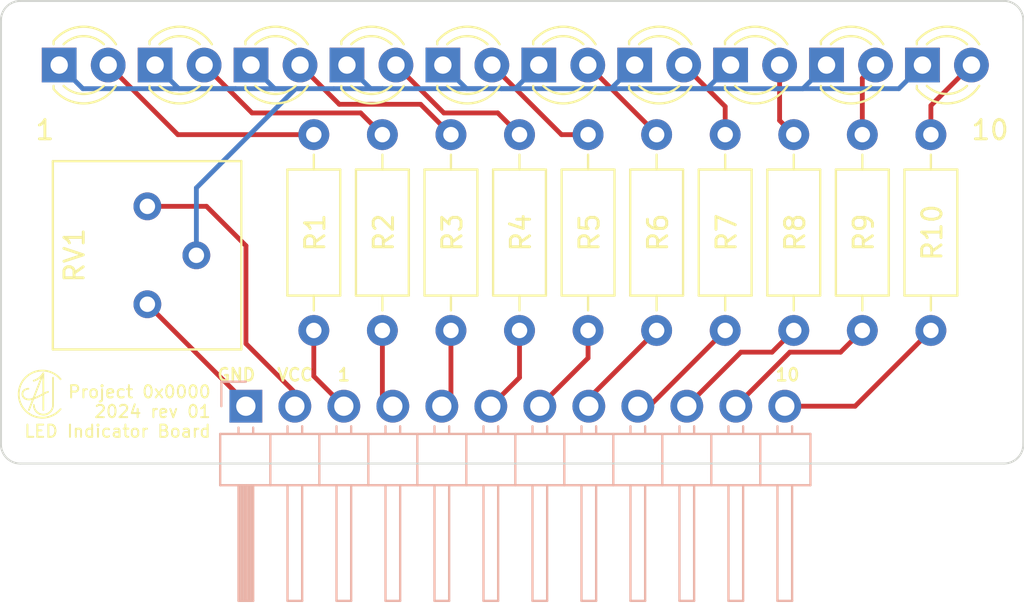
<source format=kicad_pcb>
(kicad_pcb (version 20240108) (generator "pcbnew") (generator_version "8.0")
  (layers (0 "F.Cu" signal) (31 "B.Cu" signal) (34 "B.Paste" user) (35 "F.Paste" user) (36 "B.SilkS" user "B.Silkscreen") (37 "F.SilkS" user "F.Silkscreen") (38 "B.Mask" user) (39 "F.Mask" user) (44 "Edge.Cuts" user))
  (net 0 "")
  (net 1 "Net-(D2-Pad2)")
  (net 2 "Net-(D5-Pad2)")
  (net 3 "Net-(D7-Pad2)")
  (net 4 "Net-(J1-Pad1)")
  (net 5 "Net-(J1-Pad2)")
  (net 6 "Net-(RV1-Pad2)")
  (net 7 "Net-(R1-Pad2)")
  (net 8 "Net-(R3-Pad2)")
  (net 9 "Net-(R4-Pad2)")
  (net 10 "Net-(R6-Pad2)")
  (net 11 "Net-(R8-Pad2)")
  (net 12 "Net-(R9-Pad2)")
  (net 13 "Net-(R10-Pad2)")
  (net 14 "Net-(J1-Pad3)")
  (net 15 "Net-(J1-Pad4)")
  (net 16 "Net-(J1-Pad5)")
  (net 17 "Net-(J1-Pad6)")
  (net 18 "Net-(J1-Pad7)")
  (net 19 "Net-(J1-Pad8)")
  (net 20 "Net-(J1-Pad9)")
  (net 21 "Net-(J1-Pad10)")
  (net 22 "Net-(J1-Pad11)")
  (net 23 "Net-(J1-Pad12)")
  (footprint "LED_THT:LED_D3.0mm" (layer "F.Cu") (at 172.853751 103.325476)
    (property "Reference" "D7" (hide yes))
    (property "Value" "LED" (hide yes))
    (pad "1" thru_hole rect (at 0 0) (size 1.8 1.8) (drill 0.9) (layers "*.Cu" "*.Mask") (net 6 "Net-(RV1-Pad2)"))
    (pad "2" thru_hole circle (at 2.54 0) (size 1.8 1.8) (drill 0.9) (layers "*.Cu" "*.Mask") (net 3 "Net-(D7-Pad2)"))
  )
  (footprint "LED_THT:LED_D3.0mm" (layer "F.Cu") (at 147.991241 103.325476)
    (property "Reference" "D2" (hide yes))
    (property "Value" "LED" (hide yes))
    (pad "1" thru_hole rect (at 0 0) (size 1.8 1.8) (drill 0.9) (layers "*.Cu" "*.Mask") (net 6 "Net-(RV1-Pad2)"))
    (pad "2" thru_hole circle (at 2.54 0) (size 1.8 1.8) (drill 0.9) (layers "*.Cu" "*.Mask") (net 1 "Net-(D2-Pad2)"))
  )
  (footprint "Potentiometer_THT:Potentiometer_Bourns_3386P_Vertical" (layer "F.Cu") (at 147.59 115.735476)
    (property "Reference" "RV1" (hide yes))
    (property "Value" "R_Potentiometer_Trim" (hide yes))
    (fp_text user "${REFERENCE}" (at -3.78 -2.54 90) (layer "F.SilkS"))
    (pad "1" thru_hole circle (at 0 0) (size 1.44 1.44) (drill 0.8) (layers "*.Cu" "*.Mask") (net 4 "Net-(J1-Pad1)"))
    (pad "2" thru_hole circle (at 2.54 -2.54) (size 1.44 1.44) (drill 0.8) (layers "*.Cu" "*.Mask") (net 6 "Net-(RV1-Pad2)"))
    (pad "3" thru_hole circle (at 0 -5.08) (size 1.44 1.44) (drill 0.8) (layers "*.Cu" "*.Mask") (net 5 "Net-(J1-Pad2)"))
  )
  (footprint "Resistor_THT:R_Axial_DIN0207_L6.3mm_D2.5mm_P10.16mm_Horizontal" (layer "F.Cu") (at 177.545426 117.095476 90)
    (property "Reference" "R7" (at 5.08 0.068808 90) (layer "F.SilkS"))
    (property "Value" "R" (hide yes))
    (pad "1" thru_hole circle (at 0 0 90) (size 1.6 1.6) (drill 0.8) (layers "*.Cu" "*.Mask") (net 20 "Net-(J1-Pad9)"))
    (pad "2" thru_hole oval (at 10.16 0 90) (size 1.6 1.6) (drill 0.8) (layers "*.Cu" "*.Mask") (net 3 "Net-(D7-Pad2)"))
  )
  (footprint "Resistor_THT:R_Axial_DIN0207_L6.3mm_D2.5mm_P10.16mm_Horizontal" (layer "F.Cu") (at 173.990982 117.095476 90)
    (property "Reference" "R6" (at 5.08 0.068808 90) (layer "F.SilkS"))
    (property "Value" "R" (hide yes))
    (pad "1" thru_hole circle (at 0 0 90) (size 1.6 1.6) (drill 0.8) (layers "*.Cu" "*.Mask") (net 19 "Net-(J1-Pad8)"))
    (pad "2" thru_hole oval (at 10.16 0 90) (size 1.6 1.6) (drill 0.8) (layers "*.Cu" "*.Mask") (net 10 "Net-(R6-Pad2)"))
  )
  (footprint "LED_THT:LED_D3.0mm" (layer "F.Cu") (at 167.881249 103.325476)
    (property "Reference" "D6" (hide yes))
    (property "Value" "LED" (hide yes))
    (pad "1" thru_hole rect (at 0 0) (size 1.8 1.8) (drill 0.9) (layers "*.Cu" "*.Mask") (net 6 "Net-(RV1-Pad2)"))
    (pad "2" thru_hole circle (at 2.54 0) (size 1.8 1.8) (drill 0.9) (layers "*.Cu" "*.Mask") (net 10 "Net-(R6-Pad2)"))
  )
  (footprint "LED_THT:LED_D3.0mm" (layer "F.Cu") (at 157.936245 103.325476)
    (property "Reference" "D4" (hide yes))
    (property "Value" "LED" (hide yes))
    (pad "1" thru_hole rect (at 0 0) (size 1.8 1.8) (drill 0.9) (layers "*.Cu" "*.Mask") (net 6 "Net-(RV1-Pad2)"))
    (pad "2" thru_hole circle (at 2.54 0) (size 1.8 1.8) (drill 0.9) (layers "*.Cu" "*.Mask") (net 9 "Net-(R4-Pad2)"))
  )
  (footprint "LED_THT:LED_D3.0mm" (layer "F.Cu") (at 162.908747 103.325476)
    (property "Reference" "D5" (hide yes))
    (property "Value" "LED" (hide yes))
    (pad "1" thru_hole rect (at 0 0) (size 1.8 1.8) (drill 0.9) (layers "*.Cu" "*.Mask") (net 6 "Net-(RV1-Pad2)"))
    (pad "2" thru_hole circle (at 2.54 0) (size 1.8 1.8) (drill 0.9) (layers "*.Cu" "*.Mask") (net 2 "Net-(D5-Pad2)"))
  )
  (footprint "LED_THT:LED_D3.0mm" (layer "F.Cu") (at 182.798755 103.325476)
    (property "Reference" "D9" (hide yes))
    (property "Value" "LED" (hide yes))
    (pad "1" thru_hole rect (at 0 0) (size 1.8 1.8) (drill 0.9) (layers "*.Cu" "*.Mask") (net 6 "Net-(RV1-Pad2)"))
    (pad "2" thru_hole circle (at 2.54 0) (size 1.8 1.8) (drill 0.9) (layers "*.Cu" "*.Mask") (net 12 "Net-(R9-Pad2)"))
  )
  (footprint "Resistor_THT:R_Axial_DIN0207_L6.3mm_D2.5mm_P10.16mm_Horizontal" (layer "F.Cu") (at 170.436538 117.095476 90)
    (property "Reference" "R5" (at 5.08 0.068808 90) (layer "F.SilkS"))
    (property "Value" "R" (hide yes))
    (pad "1" thru_hole circle (at 0 0 90) (size 1.6 1.6) (drill 0.8) (layers "*.Cu" "*.Mask") (net 18 "Net-(J1-Pad7)"))
    (pad "2" thru_hole oval (at 10.16 0 90) (size 1.6 1.6) (drill 0.8) (layers "*.Cu" "*.Mask") (net 2 "Net-(D5-Pad2)"))
  )
  (footprint "Resistor_THT:R_Axial_DIN0207_L6.3mm_D2.5mm_P10.16mm_Horizontal" (layer "F.Cu") (at 166.882094 117.095476 90)
    (property "Reference" "R4" (at 5.08 0.068808 90) (layer "F.SilkS"))
    (property "Value" "R" (hide yes))
    (pad "1" thru_hole circle (at 0 0 90) (size 1.6 1.6) (drill 0.8) (layers "*.Cu" "*.Mask") (net 17 "Net-(J1-Pad6)"))
    (pad "2" thru_hole oval (at 10.16 0 90) (size 1.6 1.6) (drill 0.8) (layers "*.Cu" "*.Mask") (net 9 "Net-(R4-Pad2)"))
  )
  (footprint "Resistor_THT:R_Axial_DIN0207_L6.3mm_D2.5mm_P10.16mm_Horizontal" (layer "F.Cu") (at 181.09987 117.095476 90)
    (property "Reference" "R8" (at 5.08 0.068808 90) (layer "F.SilkS"))
    (property "Value" "R" (hide yes))
    (pad "1" thru_hole circle (at 0 0 90) (size 1.6 1.6) (drill 0.8) (layers "*.Cu" "*.Mask") (net 21 "Net-(J1-Pad10)"))
    (pad "2" thru_hole oval (at 10.16 0 90) (size 1.6 1.6) (drill 0.8) (layers "*.Cu" "*.Mask") (net 11 "Net-(R8-Pad2)"))
  )
  (footprint "LED_THT:LED_D3.0mm" (layer "F.Cu") (at 152.963743 103.325476)
    (property "Reference" "D3" (hide yes))
    (property "Value" "LED" (hide yes))
    (pad "1" thru_hole rect (at 0 0) (size 1.8 1.8) (drill 0.9) (layers "*.Cu" "*.Mask") (net 6 "Net-(RV1-Pad2)"))
    (pad "2" thru_hole circle (at 2.54 0) (size 1.8 1.8) (drill 0.9) (layers "*.Cu" "*.Mask") (net 8 "Net-(R3-Pad2)"))
  )
  (footprint "LED_THT:LED_D3.0mm" (layer "F.Cu") (at 143.018739 103.325476)
    (property "Reference" "D1" (hide yes))
    (property "Value" "LED" (hide yes))
    (pad "1" thru_hole rect (at 0 0) (size 1.8 1.8) (drill 0.9) (layers "*.Cu" "*.Mask") (net 6 "Net-(RV1-Pad2)"))
    (pad "2" thru_hole circle (at 2.54 0) (size 1.8 1.8) (drill 0.9) (layers "*.Cu" "*.Mask") (net 7 "Net-(R1-Pad2)"))
  )
  (footprint "LED_THT:LED_D3.0mm" (layer "F.Cu") (at 177.826253 103.325476)
    (property "Reference" "D8" (hide yes))
    (property "Value" "LED" (hide yes))
    (pad "1" thru_hole rect (at 0 0) (size 1.8 1.8) (drill 0.9) (layers "*.Cu" "*.Mask") (net 6 "Net-(RV1-Pad2)"))
    (pad "2" thru_hole circle (at 2.54 0) (size 1.8 1.8) (drill 0.9) (layers "*.Cu" "*.Mask") (net 11 "Net-(R8-Pad2)"))
  )
  (footprint "Resistor_THT:R_Axial_DIN0207_L6.3mm_D2.5mm_P10.16mm_Horizontal" (layer "F.Cu") (at 188.208762 117.095476 90)
    (property "Reference" "R10" (at 5.08 0.068808 90) (layer "F.SilkS"))
    (property "Value" "R" (hide yes))
    (pad "1" thru_hole circle (at 0 0 90) (size 1.6 1.6) (drill 0.8) (layers "*.Cu" "*.Mask") (net 23 "Net-(J1-Pad12)"))
    (pad "2" thru_hole oval (at 10.16 0 90) (size 1.6 1.6) (drill 0.8) (layers "*.Cu" "*.Mask") (net 13 "Net-(R10-Pad2)"))
  )
  (footprint "LED_THT:LED_D3.0mm" (layer "F.Cu") (at 187.771262 103.325476)
    (property "Reference" "D10" (hide yes))
    (property "Value" "LED" (hide yes))
    (pad "1" thru_hole rect (at 0 0) (size 1.8 1.8) (drill 0.9) (layers "*.Cu" "*.Mask") (net 6 "Net-(RV1-Pad2)"))
    (pad "2" thru_hole circle (at 2.54 0) (size 1.8 1.8) (drill 0.9) (layers "*.Cu" "*.Mask") (net 13 "Net-(R10-Pad2)"))
  )
  (footprint "Resistor_THT:R_Axial_DIN0207_L6.3mm_D2.5mm_P10.16mm_Horizontal" (layer "F.Cu") (at 184.654314 117.095476 90)
    (property "Reference" "R9" (at 5.08 0.068808 90) (layer "F.SilkS"))
    (property "Value" "R" (hide yes))
    (pad "1" thru_hole circle (at 0 0 90) (size 1.6 1.6) (drill 0.8) (layers "*.Cu" "*.Mask") (net 22 "Net-(J1-Pad11)"))
    (pad "2" thru_hole oval (at 10.16 0 90) (size 1.6 1.6) (drill 0.8) (layers "*.Cu" "*.Mask") (net 12 "Net-(R9-Pad2)"))
  )
  (footprint "Resistor_THT:R_Axial_DIN0207_L6.3mm_D2.5mm_P10.16mm_Horizontal" (layer "F.Cu") (at 159.773206 117.095476 90)
    (property "Reference" "R2" (at 5.08 0.068808 90) (layer "F.SilkS"))
    (property "Value" "R" (hide yes))
    (pad "1" thru_hole circle (at 0 0 90) (size 1.6 1.6) (drill 0.8) (layers "*.Cu" "*.Mask") (net 15 "Net-(J1-Pad4)"))
    (pad "2" thru_hole oval (at 10.16 0 90) (size 1.6 1.6) (drill 0.8) (layers "*.Cu" "*.Mask") (net 1 "Net-(D2-Pad2)"))
  )
  (footprint "Resistor_THT:R_Axial_DIN0207_L6.3mm_D2.5mm_P10.16mm_Horizontal" (layer "F.Cu") (at 156.218762 117.095476 90)
    (property "Reference" "R1" (at 5.08 0.068808 90) (layer "F.SilkS"))
    (property "Value" "R" (hide yes))
    (pad "1" thru_hole circle (at 0 0 90) (size 1.6 1.6) (drill 0.8) (layers "*.Cu" "*.Mask") (net 14 "Net-(J1-Pad3)"))
    (pad "2" thru_hole oval (at 10.16 0 90) (size 1.6 1.6) (drill 0.8) (layers "*.Cu" "*.Mask") (net 7 "Net-(R1-Pad2)"))
  )
  (footprint "Resistor_THT:R_Axial_DIN0207_L6.3mm_D2.5mm_P10.16mm_Horizontal" (layer "F.Cu") (at 163.32765 117.095476 90)
    (property "Reference" "R3" (at 5.08 0.068808 90) (layer "F.SilkS"))
    (property "Value" "R" (hide yes))
    (pad "1" thru_hole circle (at 0 0 90) (size 1.6 1.6) (drill 0.8) (layers "*.Cu" "*.Mask") (net 16 "Net-(J1-Pad5)"))
    (pad "2" thru_hole oval (at 10.16 0 90) (size 1.6 1.6) (drill 0.8) (layers "*.Cu" "*.Mask") (net 8 "Net-(R3-Pad2)"))
  )
  (footprint "Connector_PinHeader_2.54mm:PinHeader_1x12_P2.54mm_Horizontal" (layer "B.Cu") (at 152.695 121.025 -90)
    (property "Reference" "J1" (hide yes))
    (property "Value" "Conn_01x12" (hide yes))
    (pad "1" thru_hole rect (at 0 0 270) (size 1.7 1.7) (drill 1) (layers "*.Cu" "*.Mask") (net 4 "Net-(J1-Pad1)"))
    (pad "2" thru_hole oval (at 0 -2.54 270) (size 1.7 1.7) (drill 1) (layers "*.Cu" "*.Mask") (net 5 "Net-(J1-Pad2)"))
    (pad "3" thru_hole oval (at 0 -5.08 270) (size 1.7 1.7) (drill 1) (layers "*.Cu" "*.Mask") (net 14 "Net-(J1-Pad3)"))
    (pad "4" thru_hole oval (at 0 -7.62 270) (size 1.7 1.7) (drill 1) (layers "*.Cu" "*.Mask") (net 15 "Net-(J1-Pad4)"))
    (pad "5" thru_hole oval (at 0 -10.16 270) (size 1.7 1.7) (drill 1) (layers "*.Cu" "*.Mask") (net 16 "Net-(J1-Pad5)"))
    (pad "6" thru_hole oval (at 0 -12.7 270) (size 1.7 1.7) (drill 1) (layers "*.Cu" "*.Mask") (net 17 "Net-(J1-Pad6)"))
    (pad "7" thru_hole oval (at 0 -15.24 270) (size 1.7 1.7) (drill 1) (layers "*.Cu" "*.Mask") (net 18 "Net-(J1-Pad7)"))
    (pad "8" thru_hole oval (at 0 -17.78 270) (size 1.7 1.7) (drill 1) (layers "*.Cu" "*.Mask") (net 19 "Net-(J1-Pad8)"))
    (pad "9" thru_hole oval (at 0 -20.32 270) (size 1.7 1.7) (drill 1) (layers "*.Cu" "*.Mask") (net 20 "Net-(J1-Pad9)"))
    (pad "10" thru_hole oval (at 0 -22.86 270) (size 1.7 1.7) (drill 1) (layers "*.Cu" "*.Mask") (net 21 "Net-(J1-Pad10)"))
    (pad "11" thru_hole oval (at 0 -25.4 270) (size 1.7 1.7) (drill 1) (layers "*.Cu" "*.Mask") (net 22 "Net-(J1-Pad11)"))
    (pad "12" thru_hole oval (at 0 -27.94 270) (size 1.7 1.7) (drill 1) (layers "*.Cu" "*.Mask") (net 23 "Net-(J1-Pad12)"))
  )
  (gr_poly (pts (xy 142.700924 119.502813) (xy 142.703292 119.502993) (xy 142.705625 119.50329) (xy 142.707921 119.5037) (xy 142.710177 119.504221) (xy 142.712389 119.504849) (xy 142.714554 119.505583) (xy 142.716671 119.506418) (xy 142.718735 119.507352) (xy 142.720745 119.508382) (xy 142.722697 119.509505) (xy 142.724587 119.510718) (xy 142.726414 119.512019) (xy 142.728174 119.513403) (xy 142.729865 119.514869) (xy 142.731483 119.516414) (xy 142.733026 119.518033) (xy 142.73449 119.519726) (xy 142.735873 119.521488) (xy 142.737172 119.523316) (xy 142.738384 119.525208) (xy 142.739505 119.527161) (xy 142.740534 119.529172) (xy 142.741467 119.531238) (xy 142.742301 119.533356) (xy 142.743033 119.535523) (xy 142.743661 119.537736) (xy 142.744181 119.539992) (xy 142.74459 119.542288) (xy 142.744887 119.544622) (xy 142.745066 119.54699) (xy 142.745127 119.54939) (xy 142.745127 120.968473) (xy 142.744419 120.996396) (xy 142.742316 121.023957) (xy 142.738854 121.051122) (xy 142.734067 121.077856) (xy 142.727989 121.104124) (xy 142.720655 121.129894) (xy 142.712099 121.15513) (xy 142.702356 121.179797) (xy 142.691459 121.203862) (xy 142.679444 121.22729) (xy 142.666344 121.250046) (xy 142.652195 121.272096) (xy 142.63703 121.293406) (xy 142.620884 121.313942) (xy 142.603791 121.333668) (xy 142.585786 121.352551) (xy 142.566903 121.370556) (xy 142.547177 121.387649) (xy 142.526641 121.403795) (xy 142.505331 121.41896) (xy 142.483281 121.43311) (xy 142.460524 121.446209) (xy 142.437097 121.458225) (xy 142.413032 121.469121) (xy 142.388365 121.478865) (xy 142.363129 121.487421) (xy 142.337359 121.494755) (xy 142.31109 121.500832) (xy 142.284356 121.50562) (xy 142.257192 121.509081) (xy 142.229631 121.511184) (xy 142.201708 121.511892) (xy 142.173786 121.511184) (xy 142.146225 121.509081) (xy 142.11906 121.50562) (xy 142.092326 121.500832) (xy 142.066057 121.494755) (xy 142.040288 121.487421) (xy 142.015052 121.478865) (xy 141.990384 121.469121) (xy 141.96632 121.458225) (xy 141.942892 121.446209) (xy 141.920136 121.43311) (xy 141.898085 121.41896) (xy 141.876775 121.403795) (xy 141.85624 121.387649) (xy 141.836513 121.370556) (xy 141.81763 121.352551) (xy 141.799625 121.333668) (xy 141.782532 121.313942) (xy 141.766386 121.293406) (xy 141.751221 121.272096) (xy 141.737072 121.250046) (xy 141.723972 121.22729) (xy 141.711957 121.203862) (xy 141.70106 121.179797) (xy 141.691317 121.15513) (xy 141.682761 121.129894) (xy 141.675427 121.104124) (xy 141.669349 121.077856) (xy 141.664562 121.051122) (xy 141.6611 121.023957) (xy 141.658998 120.996396) (xy 141.658289 120.968473) (xy 141.65835 120.966074) (xy 141.65853 120.963706) (xy 141.658826 120.961372) (xy 141.659236 120.959076) (xy 141.659756 120.956819) (xy 141.660383 120.954606) (xy 141.661116 120.95244) (xy 141.66195 120.950322) (xy 141.662883 120.948256) (xy 141.663912 120.946245) (xy 141.665034 120.944292) (xy 141.666246 120.9424) (xy 141.667545 120.940571) (xy 141.668929 120.93881) (xy 141.670394 120.937117) (xy 141.671937 120.935498) (xy 141.673556 120.933953) (xy 141.675248 120.932487) (xy 141.677009 120.931103) (xy 141.678838 120.929802) (xy 141.68073 120.928589) (xy 141.682683 120.927466) (xy 141.684694 120.926436) (xy 141.68676 120.925502) (xy 141.688879 120.924667) (xy 141.691047 120.923933) (xy 141.693261 120.923305) (xy 141.695519 120.922784) (xy 141.697817 120.922374) (xy 141.700153 120.922077) (xy 141.702524 120.921897) (xy 141.704927 120.921836) (xy 141.707323 120.921897) (xy 141.709688 120.922077) (xy 141.712019 120.922374) (xy 141.714313 120.922784) (xy 141.716566 120.923305) (xy 141.718777 120.923933) (xy 141.720942 120.924667) (xy 141.723058 120.925502) (xy 141.725122 120.926436) (xy 141.727131 120.927466) (xy 141.729082 120.928589) (xy 141.730973 120.929802) (xy 141.732801 120.931103) (xy 141.734561 120.932487) (xy 141.736253 120.933953) (xy 141.737872 120.935497) (xy 141.739415 120.937117) (xy 141.74088 120.93881) (xy 141.742264 120.940571) (xy 141.743564 120.9424) (xy 141.744777 120.944292) (xy 141.7459 120.946245) (xy 141.74693 120.948256) (xy 141.747864 120.950322) (xy 141.748699 120.95244) (xy 141.749432 120.954606) (xy 141.75006 120.956819) (xy 141.750581 120.959076) (xy 141.750991 120.961372) (xy 141.751288 120.963706) (xy 141.751468 120.966074) (xy 141.751529 120.968473) (xy 141.752116 120.991603) (xy 141.753857 121.014433) (xy 141.756726 121.036935) (xy 141.760692 121.05908) (xy 141.765727 121.08084) (xy 141.771803 121.102186) (xy 141.778892 121.12309) (xy 141.786964 121.143524) (xy 141.795992 121.163458) (xy 141.805946 121.182865) (xy 141.816799 121.201715) (xy 141.828521 121.21998) (xy 141.841085 121.237633) (xy 141.854461 121.254644) (xy 141.868622 121.270984) (xy 141.883538 121.286626) (xy 141.899181 121.301541) (xy 141.915524 121.3157) (xy 141.932536 121.329074) (xy 141.95019 121.341636) (xy 141.968457 121.353357) (xy 141.987309 121.364209) (xy 142.006717 121.374162) (xy 142.026652 121.383188) (xy 142.047087 121.391259) (xy 142.067992 121.398347) (xy 142.089339 121.404422) (xy 142.1111 121.409456) (xy 142.133246 121.413422) (xy 142.155748 121.41629) (xy 142.178578 121.418031) (xy 142.201708 121.418618) (xy 142.224838 121.418031) (xy 142.247668 121.41629) (xy 142.270171 121.413422) (xy 142.292317 121.409456) (xy 142.314077 121.404422) (xy 142.335425 121.398347) (xy 142.35633 121.391259) (xy 142.376764 121.383188) (xy 142.3967 121.374162) (xy 142.416108 121.364209) (xy 142.434959 121.353357) (xy 142.453226 121.341636) (xy 142.47088 121.329074) (xy 142.487893 121.3157) (xy 142.504235 121.301541) (xy 142.519878 121.286626) (xy 142.534795 121.270984) (xy 142.548955 121.254644) (xy 142.562332 121.237633) (xy 142.574895 121.21998) (xy 142.586618 121.201715) (xy 142.59747 121.182865) (xy 142.607425 121.163458) (xy 142.616452 121.143524) (xy 142.624525 121.12309) (xy 142.631613 121.102186) (xy 142.637689 121.08084) (xy 142.642725 121.05908) (xy 142.646691 121.036935) (xy 142.649559 121.014433) (xy 142.651301 120.991603) (xy 142.651888 120.968473) (xy 142.651888 119.54939) (xy 142.651948 119.54699) (xy 142.652129 119.544622) (xy 142.652425 119.542288) (xy 142.652835 119.539992) (xy 142.653356 119.537736) (xy 142.653985 119.535523) (xy 142.654718 119.533356) (xy 142.655553 119.531238) (xy 142.656487 119.529172) (xy 142.657517 119.527161) (xy 142.658641 119.525208) (xy 142.659854 119.523316) (xy 142.661154 119.521488) (xy 142.662539 119.519726) (xy 142.664005 119.518033) (xy 142.665549 119.516414) (xy 142.667169 119.514869) (xy 142.668861 119.513403) (xy 142.670623 119.512019) (xy 142.672452 119.510718) (xy 142.674344 119.509505) (xy 142.676297 119.508382) (xy 142.678308 119.507352) (xy 142.680373 119.506418) (xy 142.682491 119.505583) (xy 142.684658 119.504849) (xy 142.686871 119.504221) (xy 142.689127 119.5037) (xy 142.691424 119.50329) (xy 142.693757 119.502993) (xy 142.696125 119.502813) (xy 142.698525 119.502752)) (fill solid) (layer "F.SilkS"))
  (gr_poly (pts (xy 142.214645 119.132231) (xy 142.285125 119.138098) (xy 142.354785 119.147798) (xy 142.423491 119.161268) (xy 142.491108 119.178444) (xy 142.557502 119.199264) (xy 142.62254 119.223663) (xy 142.686086 119.251577) (xy 142.748007 119.282944) (xy 142.808168 119.3177) (xy 142.866435 119.355782) (xy 142.922673 119.397125) (xy 142.976749 119.441667) (xy 143.028529 119.489343) (xy 143.077877 119.540091) (xy 143.12466 119.593847) (xy 143.126138 119.595739) (xy 143.127504 119.597683) (xy 143.128757 119.599674) (xy 143.129899 119.601709) (xy 143.13093 119.603782) (xy 143.131851 119.605891) (xy 143.13266 119.60803) (xy 143.13336 119.610196) (xy 143.133951 119.612385) (xy 143.134432 119.614592) (xy 143.134805 119.616813) (xy 143.135069 119.619045) (xy 143.135226 119.621283) (xy 143.135275 119.623522) (xy 143.135217 119.62576) (xy 143.135053 119.627991) (xy 143.134783 119.630212) (xy 143.134407 119.632418) (xy 143.133925 119.634605) (xy 143.133339 119.63677) (xy 143.132648 119.638908) (xy 143.131853 119.641014) (xy 143.130954 119.643086) (xy 143.129953 119.645118) (xy 143.128848 119.647107) (xy 143.127641 119.649048) (xy 143.126333 119.650937) (xy 143.124922 119.65277) (xy 143.123411 119.654544) (xy 143.121799 119.656253) (xy 143.120086 119.657895) (xy 143.118274 119.659463) (xy 143.116385 119.660942) (xy 143.114444 119.662308) (xy 143.112456 119.663562) (xy 143.110424 119.664705) (xy 143.108352 119.665736) (xy 143.106246 119.666657) (xy 143.104109 119.667468) (xy 143.101944 119.668169) (xy 143.099757 119.668761) (xy 143.097552 119.669243) (xy 143.095331 119.669617) (xy 143.0931 119.669883) (xy 143.090864 119.67004) (xy 143.088624 119.670091) (xy 143.086387 119.670034) (xy 143.084156 119.66987) (xy 143.081935 119.669601) (xy 143.079729 119.669225) (xy 143.077541 119.668744) (xy 143.075375 119.668158) (xy 143.073237 119.667467) (xy 143.071129 119.666673) (xy 143.069056 119.665774) (xy 143.067023 119.664772) (xy 143.065032 119.663666) (xy 143.063089 119.662458) (xy 143.061198 119.661148) (xy 143.059362 119.659736) (xy 143.057586 119.658223) (xy 143.055874 119.656608) (xy 143.05423 119.654893) (xy 143.052658 119.653078) (xy 143.0093 119.603268) (xy 142.963568 119.556245) (xy 142.915584 119.512067) (xy 142.865474 119.470793) (xy 142.813361 119.432483) (xy 142.759369 119.397195) (xy 142.703624 119.364989) (xy 142.646249 119.335922) (xy 142.587368 119.310054) (xy 142.527106 119.287445) (xy 142.465586 119.268152) (xy 142.402934 119.252234) (xy 142.339272 119.239752) (xy 142.274727 119.230763) (xy 142.209421 119.225326) (xy 142.143479 119.223501) (xy 142.084777 119.22493) (xy 142.026595 119.229195) (xy 141.969013 119.236263) (xy 141.912112 119.2461) (xy 141.85597 119.258675) (xy 141.800668 119.273953) (xy 141.746286 119.291902) (xy 141.692902 119.312489) (xy 141.640598 119.33568) (xy 141.589452 119.361442) (xy 141.539545 119.389743) (xy 141.490957 119.420549) (xy 141.443766 119.453827) (xy 141.398054 119.489545) (xy 141.353899 119.527668) (xy 141.311382 119.568165) (xy 141.27088 119.610682) (xy 141.232752 119.654836) (xy 141.197032 119.700549) (xy 141.163752 119.747739) (xy 141.132945 119.796328) (xy 141.104644 119.846235) (xy 141.078883 119.89738) (xy 141.055693 119.949685) (xy 141.035108 120.003068) (xy 141.017161 120.057451) (xy 141.001885 120.112753) (xy 140.989313 120.168894) (xy 140.979477 120.225796) (xy 140.972411 120.283377) (xy 140.968147 120.341559) (xy 140.966718 120.400261) (xy 140.968147 120.458963) (xy 140.972411 120.517144) (xy 140.979477 120.574724) (xy 140.989313 120.631623) (xy 141.001885 120.687763) (xy 141.017161 120.743063) (xy 141.035108 120.797443) (xy 141.055693 120.850825) (xy 141.078883 120.903127) (xy 141.104644 120.954272) (xy 141.132945 121.004179) (xy 141.163752 121.052768) (xy 141.197032 121.099961) (xy 141.232752 121.145676) (xy 141.27088 121.189835) (xy 141.311382 121.232358) (xy 141.353899 121.27286) (xy 141.398054 121.310988) (xy 141.443766 121.346708) (xy 141.490957 121.379988) (xy 141.539545 121.410795) (xy 141.589452 121.439096) (xy 141.640598 121.464857) (xy 141.692902 121.488047) (xy 141.746286 121.508632) (xy 141.800668 121.526579) (xy 141.85597 121.541855) (xy 141.912112 121.554427) (xy 141.969013 121.564263) (xy 142.026595 121.571329) (xy 142.084777 121.575593) (xy 142.143479 121.577022) (xy 142.209415 121.575197) (xy 142.274717 121.569762) (xy 142.339259 121.560774) (xy 142.402919 121.548293) (xy 142.46557 121.532378) (xy 142.52709 121.513087) (xy 142.587353 121.49048) (xy 142.646236 121.464614) (xy 142.703613 121.435549) (xy 142.75936 121.403343) (xy 142.813354 121.368055) (xy 142.865469 121.329744) (xy 142.915581 121.288469) (xy 142.963566 121.244288) (xy 143.0093 121.19726) (xy 143.052658 121.147445) (xy 143.05423 121.145629) (xy 143.055874 121.143914) (xy 143.057586 121.1423) (xy 143.059362 121.140786) (xy 143.061198 121.139374) (xy 143.063089 121.138064) (xy 143.065032 121.136856) (xy 143.067023 121.135751) (xy 143.069056 121.134749) (xy 143.071129 121.13385) (xy 143.073237 121.133055) (xy 143.075376 121.132365) (xy 143.077541 121.131779) (xy 143.079729 121.131298) (xy 143.081935 121.130922) (xy 143.084156 121.130652) (xy 143.086387 121.130489) (xy 143.088624 121.130432) (xy 143.090864 121.130482) (xy 143.093101 121.13064) (xy 143.095331 121.130906) (xy 143.097552 121.131279) (xy 143.099757 121.131762) (xy 143.101944 121.132353) (xy 143.104109 121.133054) (xy 143.106246 121.133865) (xy 143.108353 121.134786) (xy 143.110424 121.135818) (xy 143.112456 121.136961) (xy 143.114444 121.138215) (xy 143.116385 121.139581) (xy 143.118274 121.141059) (xy 143.120086 121.142631) (xy 143.121799 121.144275) (xy 143.123411 121.145988) (xy 143.124922 121.147764) (xy 143.126333 121.1496) (xy 143.127641 121.151491) (xy 143.128848 121.153434) (xy 143.129953 121.155425) (xy 143.130954 121.157458) (xy 143.131853 121.159531) (xy 143.132648 121.161639) (xy 143.133339 121.163777) (xy 143.133925 121.165943) (xy 143.134407 121.168131) (xy 143.134783 121.170337) (xy 143.135053 121.172558) (xy 143.135218 121.174789) (xy 143.135275 121.177026) (xy 143.135226 121.179265) (xy 143.135069 121.181502) (xy 143.134805 121.183733) (xy 143.134432 121.185953) (xy 143.133951 121.188159) (xy 143.13336 121.190346) (xy 143.132661 121.19251) (xy 143.131851 121.194648) (xy 143.13093 121.196754) (xy 143.129899 121.198825) (xy 143.128757 121.200857) (xy 143.127504 121.202846) (xy 143.126138 121.204787) (xy 143.12466 121.206676) (xy 143.077877 121.260431) (xy 143.028529 121.311179) (xy 142.976749 121.358856) (xy 142.922673 121.403397) (xy 142.866435 121.444741) (xy 142.808168 121.482822) (xy 142.748007 121.517578) (xy 142.686086 121.548945) (xy 142.62254 121.57686) (xy 142.557502 121.601259) (xy 142.491108 121.622078) (xy 142.423491 121.639255) (xy 142.354785 121.652725) (xy 142.285125 121.662425) (xy 142.214645 121.668291) (xy 142.143479 121.670261) (xy 142.080125 121.668719) (xy 142.017334 121.664116) (xy 141.955191 121.656488) (xy 141.893783 121.64587) (xy 141.833194 121.632299) (xy 141.773512 121.61581) (xy 141.714822 121.596439) (xy 141.65721 121.574222) (xy 141.600762 121.549193) (xy 141.545565 121.52139) (xy 141.491703 121.490847) (xy 141.439264 121.457601) (xy 141.388333 121.421686) (xy 141.338996 121.383139) (xy 141.291339 121.341996) (xy 141.245448 121.298292) (xy 141.201738 121.252401) (xy 141.16059 121.204744) (xy 141.122041 121.155407) (xy 141.086125 121.104476) (xy 141.052877 121.052037) (xy 141.022335 120.998175) (xy 140.994532 120.942978) (xy 140.969505 120.88653) (xy 140.947289 120.828918) (xy 140.92792 120.770228) (xy 140.911434 120.710546) (xy 140.897865 120.649957) (xy 140.887249 120.588549) (xy 140.879623 120.526406) (xy 140.875021 120.463615) (xy 140.873479 120.400261) (xy 140.875021 120.336908) (xy 140.879623 120.274117) (xy 140.887249 120.211974) (xy 140.897865 120.150565) (xy 140.911434 120.089977) (xy 140.92792 120.030294) (xy 140.947289 119.971604) (xy 140.969505 119.913992) (xy 140.994532 119.857545) (xy 141.022335 119.802347) (xy 141.052877 119.748486) (xy 141.086125 119.696046) (xy 141.122041 119.645115) (xy 141.16059 119.595778) (xy 141.201738 119.548121) (xy 141.245448 119.50223) (xy 141.291339 119.458526) (xy 141.338996 119.417383) (xy 141.388333 119.378836) (xy 141.439264 119.342922) (xy 141.491703 119.309675) (xy 141.545565 119.279133) (xy 141.600762 119.251329) (xy 141.65721 119.226301) (xy 141.714822 119.204083) (xy 141.773512 119.184712) (xy 141.833194 119.168223) (xy 141.893783 119.154652) (xy 141.955191 119.144035) (xy 142.017334 119.136407) (xy 142.080125 119.131804) (xy 142.143479 119.130261)) (fill solid) (layer "F.SilkS"))
  (gr_poly (pts (xy 142.196417 119.263577) (xy 142.197484 119.263606) (xy 142.198553 119.26366) (xy 142.199623 119.26374) (xy 142.200695 119.263844) (xy 142.201767 119.263973) (xy 142.202839 119.264127) (xy 142.20391 119.264307) (xy 142.20498 119.264512) (xy 142.206047 119.264742) (xy 142.207112 119.264998) (xy 142.208173 119.265279) (xy 142.209231 119.265585) (xy 142.210284 119.265917) (xy 142.211332 119.266275) (xy 142.212825 119.266829) (xy 142.214289 119.267431) (xy 142.215724 119.268082) (xy 142.217131 119.26878) (xy 142.218509 119.269524) (xy 142.21986 119.270313) (xy 142.221183 119.271147) (xy 142.22248 119.272025) (xy 142.223539 119.272793) (xy 142.224573 119.273587) (xy 142.225581 119.274407) (xy 142.226564 119.275252) (xy 142.22752 119.276121) (xy 142.22845 119.277015) (xy 142.229352 119.277931) (xy 142.230228 119.278869) (xy 142.231075 119.279829) (xy 142.231895 119.280809) (xy 142.232686 119.28181) (xy 142.233448 119.28283) (xy 142.234182 119.283869) (xy 142.234885 119.284925) (xy 142.235559 119.285999) (xy 142.236203 119.287089) (xy 142.236703 119.287988) (xy 142.237185 119.288899) (xy 142.237647 119.289822) (xy 142.23809 119.290757) (xy 142.238513 119.291702) (xy 142.238916 119.292659) (xy 142.239299 119.293626) (xy 142.23966 119.294603) (xy 142.24 119.29559) (xy 142.240318 119.296587) (xy 142.240613 119.297593) (xy 142.240886 119.298608) (xy 142.241136 119.299632) (xy 142.241362 119.300664) (xy 142.241564 119.301704) (xy 142.241741 119.302752) (xy 142.241902 119.303775) (xy 142.242039 119.304807) (xy 142.242151 119.305845) (xy 142.24224 119.306888) (xy 142.242303 119.307935) (xy 142.242342 119.308983) (xy 142.242355 119.310031) (xy 142.242341 119.311078) (xy 142.242341 120.310462) (xy 142.265286 120.299163) (xy 142.288376 120.288324) (xy 142.311574 120.278048) (xy 142.334844 120.268433) (xy 142.358148 120.25958) (xy 142.381451 120.25159) (xy 142.404714 120.244564) (xy 142.41632 120.241443) (xy 142.427902 120.238601) (xy 142.430256 120.238114) (xy 142.432606 120.237751) (xy 142.434949 120.23751) (xy 142.437281 120.237387) (xy 142.439598 120.237381) (xy 142.441897 120.23749) (xy 142.444175 120.237711) (xy 142.446429 120.238043) (xy 142.448653 120.238483) (xy 142.450846 120.239029) (xy 142.453003 120.239678) (xy 142.455122 120.240429) (xy 142.457198 120.241279) (xy 142.459228 120.242227) (xy 142.461208 120.243269) (xy 142.463136 120.244404) (xy 142.465007 120.24563) (xy 142.466818 120.246944) (xy 142.468566 120.248344) (xy 142.470247 120.249828) (xy 142.471858 120.251394) (xy 142.473394 120.253039) (xy 142.474853 120.254762) (xy 142.476232 120.25656) (xy 142.477525 120.25843) (xy 142.478731 120.260372) (xy 142.479846 120.262382) (xy 142.480865 120.264459) (xy 142.481786 120.266599) (xy 142.482605 120.268802) (xy 142.483319 120.271065) (xy 142.483923 120.273385) (xy 142.48441 120.275736) (xy 142.484773 120.278083) (xy 142.485015 120.280423) (xy 142.485139 120.282753) (xy 142.485145 120.285069) (xy 142.485037 120.287367) (xy 142.484817 120.289644) (xy 142.484486 120.291896) (xy 142.484047 120.29412) (xy 142.483503 120.296313) (xy 142.482854 120.29847) (xy 142.482105 120.300589) (xy 142.481255 120.302665) (xy 142.480309 120.304696) (xy 142.479268 120.306677) (xy 142.478133 120.308605) (xy 142.476909 120.310477) (xy 142.475595 120.31229) (xy 142.474196 120.314038) (xy 142.472712 120.31572) (xy 142.471146 120.317332) (xy 142.469501 120.31887) (xy 142.467778 120.32033) (xy 142.46598 120.321709) (xy 142.464108 120.323004) (xy 142.462165 120.324211) (xy 142.460154 120.325326) (xy 142.458076 120.326346) (xy 142.455933 120.327268) (xy 142.453728 120.328087) (xy 142.451463 120.328801) (xy 142.449139 120.329406) (xy 142.436632 120.332521) (xy 142.424015 120.336042) (xy 142.411299 120.339947) (xy 142.398497 120.344215) (xy 142.372678 120.353746) (xy 142.346653 120.364454) (xy 142.320514 120.376162) (xy 142.294353 120.388689) (xy 142.268265 120.401856) (xy 142.242341 120.415484) (xy 142.242341 121.220593) (xy 142.242281 121.222993) (xy 142.2421 121.225361) (xy 142.241804 121.227694) (xy 142.241394 121.229991) (xy 142.240873 121.232247) (xy 142.240244 121.23446) (xy 142.239511 121.236627) (xy 142.238676 121.238745) (xy 142.237742 121.24081) (xy 142.236711 121.242821) (xy 142.235588 121.244774) (xy 142.234375 121.246666) (xy 142.233075 121.248495) (xy 142.23169 121.250257) (xy 142.230224 121.251949) (xy 142.22868 121.253569) (xy 142.22706 121.255113) (xy 142.225368 121.256579) (xy 142.223606 121.257964) (xy 142.221777 121.259264) (xy 142.219885 121.260477) (xy 142.217932 121.2616) (xy 142.215921 121.26263) (xy 142.213855 121.263565) (xy 142.211738 121.2644) (xy 142.209571 121.265133) (xy 142.207358 121.265762) (xy 142.205102 121.266282) (xy 142.202805 121.266693) (xy 142.200472 121.266989) (xy 142.198103 121.267169) (xy 142.195704 121.26723) (xy 142.193308 121.267169) (xy 142.190942 121.266989) (xy 142.188612 121.266693) (xy 142.186318 121.266282) (xy 142.184064 121.265762) (xy 142.181853 121.265133) (xy 142.179689 121.2644) (xy 142.177573 121.263565) (xy 142.175509 121.26263) (xy 142.1735 121.2616) (xy 142.171548 121.260477) (xy 142.169657 121.259264) (xy 142.16783 121.257964) (xy 142.166069 121.256579) (xy 142.164378 121.255113) (xy 142.162759 121.253569) (xy 142.161215 121.251949) (xy 142.15975 121.250257) (xy 142.158366 121.248495) (xy 142.157066 121.246666) (xy 142.155853 121.244774) (xy 142.154731 121.242821) (xy 142.153701 121.24081) (xy 142.152767 121.238745) (xy 142.151932 121.236627) (xy 142.151199 121.23446) (xy 142.15057 121.232247) (xy 142.15005 121.229991) (xy 142.149639 121.227694) (xy 142.149343 121.225361) (xy 142.149163 121.222993) (xy 142.149102 121.220593) (xy 142.149102 120.467095) (xy 142.116205 120.485484) (xy 142.100147 120.49434) (xy 142.084261 120.502973) (xy 142.041169 120.525888) (xy 141.996942 120.548749) (xy 141.951678 120.571303) (xy 141.905478 120.593301) (xy 141.858439 120.614492) (xy 141.810661 120.634626) (xy 141.762242 120.653451) (xy 141.71328 120.670718) (xy 141.4929 121.233822) (xy 141.491972 121.236035) (xy 141.490945 121.238176) (xy 141.489821 121.240241) (xy 141.488605 121.242231) (xy 141.4873 121.244143) (xy 141.485911 121.245976) (xy 141.484441 121.247727) (xy 141.482893 121.249396) (xy 141.481273 121.25098) (xy 141.479583 121.252477) (xy 141.477827 121.253887) (xy 141.476009 121.255208) (xy 141.474134 121.256437) (xy 141.472204 121.257574) (xy 141.470224 121.258616) (xy 141.468197 121.259562) (xy 141.466127 121.260409) (xy 141.464019 121.261158) (xy 141.461875 121.261805) (xy 141.4597 121.262349) (xy 141.457497 121.262789) (xy 141.455271 121.263122) (xy 141.453024 121.263348) (xy 141.450762 121.263464) (xy 141.448487 121.263468) (xy 141.446204 121.26336) (xy 141.443916 121.263137) (xy 141.441627 121.262798) (xy 141.439342 121.262341) (xy 141.437062 121.261764) (xy 141.434794 121.261066) (xy 141.43254 121.260245) (xy 141.429172 121.258776) (xy 141.425978 121.257077) (xy 141.422964 121.255161) (xy 141.420136 121.253043) (xy 141.4175 121.250736) (xy 141.415062 121.248253) (xy 141.412828 121.24561) (xy 141.410804 121.242818) (xy 141.408997 121.239892) (xy 141.407412 121.236847) (xy 141.406055 121.233695) (xy 141.404932 121.23045) (xy 141.40405 121.227126) (xy 141.403414 121.223737) (xy 141.403031 121.220296) (xy 141.402906 121.216818) (xy 141.402907 121.216818) (xy 141.402919 121.215759) (xy 141.402955 121.214699) (xy 141.403015 121.213637) (xy 141.4031 121.212575) (xy 141.40321 121.211512) (xy 141.403344 121.21045) (xy 141.403503 121.209387) (xy 141.403687 121.208325) (xy 141.403897 121.207264) (xy 141.404131 121.206204) (xy 141.404392 121.205145) (xy 141.404678 121.204088) (xy 141.40499 121.203034) (xy 141.405327 121.201981) (xy 141.405691 121.200932) (xy 141.406082 121.199885) (xy 141.600603 120.702821) (xy 141.58648 120.706008) (xy 141.572341 120.709003) (xy 141.558188 120.711799) (xy 141.544022 120.714388) (xy 141.529845 120.716764) (xy 141.515657 120.718919) (xy 141.50146 120.720848) (xy 141.487256 120.722542) (xy 141.481562 120.723137) (xy 141.475861 120.723653) (xy 141.470153 120.724089) (xy 141.46444 120.724446) (xy 141.458723 120.724724) (xy 141.453005 120.724923) (xy 141.447287 120.725042) (xy 141.441571 120.725081) (xy 141.420858 120.724568) (xy 141.400252 120.723041) (xy 141.379804 120.720517) (xy 141.359563 120.717014) (xy 141.339581 120.71255) (xy 141.319907 120.707142) (xy 141.300591 120.700808) (xy 141.281683 120.693565) (xy 141.263235 120.685431) (xy 141.245296 120.676425) (xy 141.227916 120.666562) (xy 141.211145 120.655861) (xy 141.195035 120.64434) (xy 141.179634 120.632016) (xy 141.164994 120.618907) (xy 141.151164 120.605031) (xy 141.138693 120.590992) (xy 141.127185 120.576434) (xy 141.116649 120.561385) (xy 141.107093 120.545869) (xy 141.098524 120.529913) (xy 141.090949 120.513543) (xy 141.084377 120.496784) (xy 141.078814 120.479663) (xy 141.074269 120.462205) (xy 141.070749 120.444437) (xy 141.068261 120.426384) (xy 141.066814 120.408072) (xy 141.066414 120.389528) (xy 141.06707 120.370776) (xy 141.068788 120.351844) (xy 141.071578 120.332757) (xy 141.074547 120.31793) (xy 141.078239 120.303421) (xy 141.082646 120.289239) (xy 141.087761 120.275397) (xy 141.093577 120.261903) (xy 141.100086 120.24877) (xy 141.107283 120.236007) (xy 141.115159 120.223625) (xy 141.123708 120.211636) (xy 141.132922 120.200049) (xy 141.142795 120.188875) (xy 141.153319 120.178125) (xy 141.164488 120.167809) (xy 141.176293 120.157939) (xy 141.188729 120.148524) (xy 141.201788 120.139576) (xy 141.213138 120.1325) (xy 141.224885 120.125787) (xy 141.237007 120.119444) (xy 141.249483 120.113477) (xy 141.262293 120.107894) (xy 141.275416 120.102699) (xy 141.288832 120.0979) (xy 141.302519 120.093503) (xy 141.316457 120.089515) (xy 141.330626 120.085942) (xy 141.345004 120.082789) (xy 141.359571 120.080065) (xy 141.374305 120.077774) (xy 141.389187 120.075924) (xy 141.404196 120.074521) (xy 141.419311 120.073571) (xy 141.421713 120.07352) (xy 141.424089 120.07359) (xy 141.426436 120.073777) (xy 141.42875 120.074079) (xy 141.43103 120.074494) (xy 141.43327 120.075018) (xy 141.43547 120.075649) (xy 141.437625 120.076383) (xy 141.439732 120.077219) (xy 141.441789 120.078153) (xy 141.443793 120.079183) (xy 141.445739 120.080305) (xy 141.447627 120.081518) (xy 141.449451 120.082817) (xy 141.45121 120.084202) (xy 141.4529 120.085667) (xy 141.454518 120.087212) (xy 141.456061 120.088833) (xy 141.457526 120.090527) (xy 141.45891 120.092291) (xy 141.460211 120.094123) (xy 141.461424 120.09602) (xy 141.462547 120.09798) (xy 141.463577 120.099998) (xy 141.464511 120.102074) (xy 141.465346 120.104203) (xy 141.466078 120.106383) (xy 141.466705 120.108611) (xy 141.467224 120.110885) (xy 141.467631 120.113201) (xy 141.467924 120.115558) (xy 141.4681 120.117951) (xy 141.468154 120.12035) (xy 141.468088 120.122723) (xy 141.467903 120.125068) (xy 141.467604 120.12738) (xy 141.467192 120.129658) (xy 141.46667 120.131897) (xy 141.466041 120.134096) (xy 141.465308 120.13625) (xy 141.464474 120.138356) (xy 141.463542 120.140413) (xy 141.462514 120.142416) (xy 141.461393 120.144362) (xy 141.460181 120.146249) (xy 141.458883 120.148074) (xy 141.4575 120.149832) (xy 141.456035 120.151522) (xy 141.454491 120.15314) (xy 141.452871 120.154683) (xy 141.451178 120.156149) (xy 141.449414 120.157533) (xy 141.447582 120.158833) (xy 141.445685 120.160046) (xy 141.443726 120.161168) (xy 141.441708 120.162198) (xy 141.439633 120.163131) (xy 141.437504 120.163964) (xy 141.435324 120.164695) (xy 141.433095 120.16532) (xy 141.430822 120.165837) (xy 141.428505 120.166242) (xy 141.426149 120.166532) (xy 141.423756 120.166705) (xy 141.403545 120.168199) (xy 141.382933 120.170807) (xy 141.362117 120.174571) (xy 141.341296 120.179536) (xy 141.32067 120.185746) (xy 141.300437 120.193245) (xy 141.29053 120.197491) (xy 141.280796 120.202076) (xy 141.271259 120.207005) (xy 141.261945 120.212284) (xy 141.252879 120.217918) (xy 141.244085 120.223912) (xy 141.235588 120.230273) (xy 141.227413 120.237005) (xy 141.219585 120.244114) (xy 141.212128 120.251606) (xy 141.205068 120.259486) (xy 141.19843 120.267759) (xy 141.192238 120.276432) (xy 141.186517 120.285509) (xy 141.181292 120.294996) (xy 141.176588 120.304898) (xy 141.172429 120.315222) (xy 141.168841 120.325972) (xy 141.165849 120.337154) (xy 141.163476 120.348773) (xy 141.162117 120.357397) (xy 141.161061 120.365846) (xy 141.160299 120.374121) (xy 141.15982 120.382222) (xy 141.159613 120.39015) (xy 141.159669 120.397906) (xy 141.159977 120.40549) (xy 141.160526 120.412903) (xy 141.161306 120.420145) (xy 141.162306 120.427218) (xy 141.163517 120.434122) (xy 141.164928 120.440857) (xy 141.166528 120.447424) (xy 141.168308 120.453824) (xy 141.170256 120.460058) (xy 141.172362 120.466125) (xy 141.177008 120.477764) (xy 141.182162 120.488747) (xy 141.187742 120.499078) (xy 141.193664 120.508764) (xy 141.199844 120.517808) (xy 141.206201 120.526216) (xy 141.21265 120.533992) (xy 141.219109 120.541143) (xy 141.230951 120.552901) (xy 141.243677 120.563938) (xy 141.25722 120.57423) (xy 141.271512 120.583755) (xy 141.286487 120.592489) (xy 141.302076 120.600411) (xy 141.318213 120.607496) (xy 141.334829 120.613723) (xy 141.351858 120.619067) (xy 141.369233 120.623507) (xy 141.386885 120.62702) (xy 141.404748 120.629582) (xy 141.422753 120.63117) (xy 141.440834 120.631763) (xy 141.458924 120.631336) (xy 141.476954 120.629867) (xy 141.497625 120.627289) (xy 141.518329 120.624171) (xy 141.539057 120.620535) (xy 141.5598 120.616399) (xy 141.580548 120.611784) (xy 141.601291 120.606709) (xy 141.622019 120.601194) (xy 141.642725 120.595259) (xy 141.658465 120.555043) (xy 141.758577 120.555043) (xy 141.795384 120.540085) (xy 141.831843 120.524351) (xy 141.867897 120.507968) (xy 141.903489 120.491066) (xy 141.938562 120.473774) (xy 141.973058 120.456221) (xy 142.040094 120.420846) (xy 142.057462 120.411404) (xy 142.075164 120.401615) (xy 142.111849 120.381088) (xy 142.13033 120.370685) (xy 142.149102 120.360203) (xy 142.149102 119.557246) (xy 141.758577 120.555043) (xy 141.658465 120.555043) (xy 142.046938 119.562502) (xy 142.028352 119.578765) (xy 142.009451 119.594413) (xy 141.990237 119.609445) (xy 141.970711 119.623861) (xy 141.950874 119.637659) (xy 141.930728 119.650837) (xy 141.910273 119.663396) (xy 141.88951 119.675334) (xy 141.868442 119.686649) (xy 141.84707 119.697342) (xy 141.825393 119.70741) (xy 141.803415 119.716852) (xy 141.781136 119.725668) (xy 141.758557 119.733856) (xy 141.735679 119.741416) (xy 141.712504 119.748346) (xy 141.71018 119.748938) (xy 141.707854 119.749408) (xy 141.705528 119.749756) (xy 141.703208 119.749986) (xy 141.700896 119.750098) (xy 141.698597 119.750096) (xy 141.696313 119.74998) (xy 141.694048 119.749753) (xy 141.691807 119.749417) (xy 141.689592 119.748974) (xy 141.687408 119.748426) (xy 141.685258 119.747775) (xy 141.683145 119.747022) (xy 141.681073 119.746171) (xy 141.679046 119.745222) (xy 141.677068 119.744179) (xy 141.675141 119.743042) (xy 141.673271 119.741814) (xy 141.67146 119.740497) (xy 141.669711 119.739092) (xy 141.66803 119.737603) (xy 141.666418 119.736031) (xy 141.664881 119.734377) (xy 141.663421 119.732644) (xy 141.662042 119.730834) (xy 141.660748 119.728949) (xy 141.659542 119.726991) (xy 141.658428 119.724962) (xy 141.65741 119.722863) (xy 141.656491 119.720697) (xy 141.655676 119.718466) (xy 141.654966 119.716172) (xy 141.65437 119.713848) (xy 141.653898 119.711522) (xy 141.653546 119.709197) (xy 141.653314 119.706876) (xy 141.6532 119.704564) (xy 141.6532 119.702265) (xy 141.653314 119.699981) (xy 141.653539 119.697717) (xy 141.653873 119.695475) (xy 141.654314 119.69326) (xy 141.654861 119.691076) (xy 141.655511 119.688926) (xy 141.656262 119.686813) (xy 141.657112 119.684741) (xy 141.65806 119.682714) (xy 141.659103 119.680736) (xy 141.660239 119.67881) (xy 141.661466 119.676939) (xy 141.662782 119.675128) (xy 141.664186 119.673379) (xy 141.665675 119.671698) (xy 141.667247 119.670086) (xy 141.6689 119.668549) (xy 141.670633 119.667089) (xy 141.672443 119.66571) (xy 141.674327 119.664416) (xy 141.676286 119.66321) (xy 141.678315 119.662096) (xy 141.680413 119.661078) (xy 141.682579 119.66016) (xy 141.68481 119.659344) (xy 141.687104 119.658634) (xy 141.722277 119.647722) (xy 141.756696 119.635134) (xy 141.790356 119.620878) (xy 141.823249 119.604958) (xy 141.855371 119.587379) (xy 141.886713 119.568146) (xy 141.91727 119.547263) (xy 141.947035 119.524737) (xy 141.976002 119.500573) (xy 142.004164 119.474774) (xy 142.031515 119.447347) (xy 142.058048 119.418297) (xy 142.083757 119.387628) (xy 142.108636 119.355345) (xy 142.132677 119.321454) (xy 142.155875 119.28596) (xy 142.156429 119.285067) (xy 142.157005 119.284188) (xy 142.157601 119.283324) (xy 142.158217 119.282476) (xy 142.158851 119.281645) (xy 142.159502 119.28083) (xy 142.160168 119.280034) (xy 142.160849 119.279257) (xy 142.161775 119.278241) (xy 142.162727 119.277257) (xy 142.163703 119.276304) (xy 142.164704 119.275384) (xy 142.165727 119.274496) (xy 142.166773 119.273641) (xy 142.16784 119.272819) (xy 142.168928 119.27203) (xy 142.170036 119.271274) (xy 142.171163 119.270552) (xy 142.172308 119.269865) (xy 142.17347 119.269211) (xy 142.174649 119.268592) (xy 142.175844 119.268008) (xy 142.177053 119.267459) (xy 142.178277 119.266945) (xy 142.180186 119.266231) (xy 142.182129 119.265598) (xy 142.183111 119.265312) (xy 142.184101 119.265048) (xy 142.185097 119.264804) (xy 142.1861 119.264582) (xy 142.187108 119.264381) (xy 142.188121 119.264201) (xy 142.18914 119.264044) (xy 142.190163 119.263909) (xy 142.19119 119.263796) (xy 142.192221 119.263706) (xy 142.193256 119.263638) (xy 142.194293 119.263594) (xy 142.195353 119.263573)) (fill solid) (layer "F.SilkS"))
  (gr_arc (start 140 101) (mid 140.292893 100.292893) (end 141 100) (stroke (width 0.1)) (layer "Edge.Cuts"))
  (gr_line (start 141 100) (end 192 100) (stroke (width 0.1)) (layer "Edge.Cuts"))
  (gr_arc (start 141 124) (mid 140.292893 123.707107) (end 140 123) (stroke (width 0.1)) (layer "Edge.Cuts"))
  (gr_arc (start 193 123) (mid 192.707107 123.707107) (end 192 124) (stroke (width 0.1)) (layer "Edge.Cuts"))
  (gr_line (start 140 123) (end 140 101) (stroke (width 0.1)) (layer "Edge.Cuts"))
  (gr_line (start 192 124) (end 141 124) (stroke (width 0.1)) (layer "Edge.Cuts"))
  (gr_arc (start 192 100) (mid 192.707107 100.292893) (end 193 101) (stroke (width 0.1)) (layer "Edge.Cuts"))
  (gr_line (start 193 101) (end 193 123) (stroke (width 0.1)) (layer "Edge.Cuts"))
  (gr_text "10" (at 191.27757 106.698382 0) (layer "F.SilkS") (effects (font (size 1 1))))
  (gr_text "1" (at 142.27757 106.698382 0) (layer "F.SilkS") (effects (font (size 1 1))))
  (gr_text "GND" (at 152.20257 119.398382 0) (layer "F.SilkS") (effects (font (size 0.635 0.635) (thickness 0.127))))
  (gr_text "Project 0x0000\n2024 rev 01\nLED Indicator Board" (at 150.93257 121.303382 0) (layer "F.SilkS") (effects (font (size 0.635 0.635) (thickness 0.1016)) (justify right)))
  (gr_text "1" (at 157.77757 119.398382 0) (layer "F.SilkS") (effects (font (size 0.635 0.635) (thickness 0.127))))
  (gr_text "VCC" (at 154.257296 119.769496 0) (layer "F.SilkS") (effects (font (size 0.635 0.635) (thickness 0.127)) (justify left bottom)))
  (gr_text "10" (at 180.77757 119.398382 0) (layer "F.SilkS") (effects (font (size 0.635 0.635) (thickness 0.127))))
  (segment (start 153.016241 105.810476) (end 158.648206 105.810476) (width 0.25) (layer "F.Cu") (net 1))
  (segment (start 158.648206 105.810476) (end 159.773206 106.935476) (width 0.25) (layer "F.Cu") (net 1))
  (segment (start 150.531241 103.325476) (end 153.016241 105.810476) (width 0.25) (layer "F.Cu") (net 1))
  (segment (start 169.058747 106.935476) (end 170.436538 106.935476) (width 0.25) (layer "F.Cu") (net 2))
  (segment (start 165.448747 103.325476) (end 169.058747 106.935476) (width 0.25) (layer "F.Cu") (net 2))
  (segment (start 177.545426 105.477151) (end 177.545426 106.935476) (width 0.25) (layer "F.Cu") (net 3))
  (segment (start 175.393751 103.325476) (end 177.545426 105.477151) (width 0.25) (layer "F.Cu") (net 3))
  (segment (start 147.59 115.735476) (end 152.695 120.840476) (width 0.25) (layer "F.Cu") (net 4))
  (segment (start 152.695 120.840476) (end 152.695 121.025) (width 0.25) (layer "F.Cu") (net 4))
  (segment (start 152.7 117.78) (end 155.24 120.32) (width 0.25) (layer "F.Cu") (net 5))
  (segment (start 155.24 121.02) (end 155.235 121.025) (width 0.25) (layer "F.Cu") (net 5))
  (segment (start 152.7 112.7) (end 152.7 117.78) (width 0.25) (layer "F.Cu") (net 5))
  (segment (start 147.59 110.655476) (end 150.655476 110.655476) (width 0.25) (layer "F.Cu") (net 5))
  (segment (start 150.655476 110.655476) (end 152.7 112.7) (width 0.25) (layer "F.Cu") (net 5))
  (segment (start 155.24 120.32) (end 155.24 121.02) (width 0.25) (layer "F.Cu") (net 5))
  (segment (start 176.601253 104.550476) (end 175.030476 104.550476) (width 0.25) (layer "B.Cu") (net 6))
  (segment (start 155.27757 104.550476) (end 155.769524 104.550476) (width 0.25) (layer "B.Cu") (net 6))
  (segment (start 181.573755 104.550476) (end 180.110476 104.550476) (width 0.25) (layer "B.Cu") (net 6))
  (segment (start 182.798755 103.325476) (end 181.573755 104.550476) (width 0.25) (layer "B.Cu") (net 6))
  (segment (start 155.769524 104.550476) (end 157.250476 104.550476) (width 0.25) (layer "B.Cu") (net 6))
  (segment (start 165.929524 104.550476) (end 171.009524 104.550476) (width 0.25) (layer "B.Cu") (net 6))
  (segment (start 162.908747 103.325476) (end 164.133747 104.550476) (width 0.25) (layer "B.Cu") (net 6))
  (segment (start 159.161245 104.550476) (end 159.790476 104.550476) (width 0.25) (layer "B.Cu") (net 6))
  (segment (start 157.250476 104.550476) (end 159.790476 104.550476) (width 0.25) (layer "B.Cu") (net 6))
  (segment (start 164.133747 104.550476) (end 164.870476 104.550476) (width 0.25) (layer "B.Cu") (net 6))
  (segment (start 150.13 113.195476) (end 150.13 109.698046) (width 0.25) (layer "B.Cu") (net 6))
  (segment (start 159.790476 104.550476) (end 164.870476 104.550476) (width 0.25) (layer "B.Cu") (net 6))
  (segment (start 167.881249 103.325476) (end 166.656249 104.550476) (width 0.25) (layer "B.Cu") (net 6))
  (segment (start 177.826253 103.325476) (end 176.601253 104.550476) (width 0.25) (layer "B.Cu") (net 6))
  (segment (start 147.991241 103.325476) (end 149.216241 104.550476) (width 0.25) (layer "B.Cu") (net 6))
  (segment (start 149.216241 104.550476) (end 152.170476 104.550476) (width 0.25) (layer "B.Cu") (net 6))
  (segment (start 143.018739 103.325476) (end 144.243739 104.550476) (width 0.25) (layer "B.Cu") (net 6))
  (segment (start 144.243739 104.550476) (end 152.170476 104.550476) (width 0.25) (layer "B.Cu") (net 6))
  (segment (start 171.009524 104.550476) (end 175.030476 104.550476) (width 0.25) (layer "B.Cu") (net 6))
  (segment (start 171.628751 104.550476) (end 171.009524 104.550476) (width 0.25) (layer "B.Cu") (net 6))
  (segment (start 175.030476 104.550476) (end 180.110476 104.550476) (width 0.25) (layer "B.Cu") (net 6))
  (segment (start 157.936245 103.325476) (end 159.161245 104.550476) (width 0.25) (layer "B.Cu") (net 6))
  (segment (start 150.13 109.698046) (end 155.27757 104.550476) (width 0.25) (layer "B.Cu") (net 6))
  (segment (start 152.170476 104.550476) (end 155.769524 104.550476) (width 0.25) (layer "B.Cu") (net 6))
  (segment (start 172.853751 103.325476) (end 171.628751 104.550476) (width 0.25) (layer "B.Cu") (net 6))
  (segment (start 166.656249 104.550476) (end 165.929524 104.550476) (width 0.25) (layer "B.Cu") (net 6))
  (segment (start 180.110476 104.550476) (end 186.546262 104.550476) (width 0.25) (layer "B.Cu") (net 6))
  (segment (start 154.188743 104.550476) (end 155.27757 104.550476) (width 0.25) (layer "B.Cu") (net 6))
  (segment (start 152.963743 103.325476) (end 154.188743 104.550476) (width 0.25) (layer "B.Cu") (net 6))
  (segment (start 186.546262 104.550476) (end 187.771262 103.325476) (width 0.25) (layer "B.Cu") (net 6))
  (segment (start 164.870476 104.550476) (end 165.929524 104.550476) (width 0.25) (layer "B.Cu") (net 6))
  (segment (start 149.168739 106.935476) (end 145.558739 103.325476) (width 0.25) (layer "F.Cu") (net 7))
  (segment (start 156.218762 106.935476) (end 149.168739 106.935476) (width 0.25) (layer "F.Cu") (net 7))
  (segment (start 157.538743 105.360476) (end 161.75265 105.360476) (width 0.25) (layer "F.Cu") (net 8))
  (segment (start 161.75265 105.360476) (end 163.32765 106.935476) (width 0.25) (layer "F.Cu") (net 8))
  (segment (start 155.503743 103.325476) (end 157.538743 105.360476) (width 0.25) (layer "F.Cu") (net 8))
  (segment (start 160.476245 103.325476) (end 162.961245 105.810476) (width 0.25) (layer "F.Cu") (net 9))
  (segment (start 162.961245 105.810476) (end 165.757094 105.810476) (width 0.25) (layer "F.Cu") (net 9))
  (segment (start 165.757094 105.810476) (end 166.882094 106.935476) (width 0.25) (layer "F.Cu") (net 9))
  (segment (start 173.990982 106.895209) (end 173.990982 106.935476) (width 0.25) (layer "F.Cu") (net 10))
  (segment (start 170.421249 103.325476) (end 173.990982 106.895209) (width 0.25) (layer "F.Cu") (net 10))
  (segment (start 180.366253 106.201859) (end 181.09987 106.935476) (width 0.25) (layer "F.Cu") (net 11))
  (segment (start 180.366253 103.325476) (end 180.366253 106.201859) (width 0.25) (layer "F.Cu") (net 11))
  (segment (start 184.654314 104.009917) (end 184.654314 106.935476) (width 0.25) (layer "F.Cu") (net 12))
  (segment (start 184.654314 104.009917) (end 185.338755 103.325476) (width 0.25) (layer "F.Cu") (net 12))
  (segment (start 188.208762 105.427976) (end 190.311262 103.325476) (width 0.25) (layer "F.Cu") (net 13))
  (segment (start 188.208762 105.427976) (end 188.208762 106.935476) (width 0.25) (layer "F.Cu") (net 13))
  (segment (start 156.218762 119.468762) (end 157.775 121.025) (width 0.25) (layer "F.Cu") (net 14))
  (segment (start 156.218762 117.095476) (end 156.218762 119.468762) (width 0.25) (layer "F.Cu") (net 14))
  (segment (start 159.773206 117.095476) (end 159.773206 120.483206) (width 0.25) (layer "F.Cu") (net 15))
  (segment (start 159.773206 120.483206) (end 160.315 121.025) (width 0.25) (layer "F.Cu") (net 15))
  (segment (start 163.32765 120.55235) (end 162.855 121.025) (width 0.25) (layer "F.Cu") (net 16))
  (segment (start 163.32765 117.095476) (end 163.32765 120.55235) (width 0.25) (layer "F.Cu") (net 16))
  (segment (start 166.882094 117.095476) (end 166.882094 119.537906) (width 0.25) (layer "F.Cu") (net 17))
  (segment (start 166.882094 119.537906) (end 165.395 121.025) (width 0.25) (layer "F.Cu") (net 17))
  (segment (start 170.436538 117.095476) (end 170.436538 118.523462) (width 0.25) (layer "F.Cu") (net 18))
  (segment (start 170.436538 118.523462) (end 167.935 121.025) (width 0.25) (layer "F.Cu") (net 18))
  (segment (start 170.475 120.611458) (end 170.475 121.025) (width 0.25) (layer "F.Cu") (net 19))
  (segment (start 173.990982 117.095476) (end 170.475 120.611458) (width 0.25) (layer "F.Cu") (net 19))
  (segment (start 173.615902 121.025) (end 173.015 121.025) (width 0.25) (layer "F.Cu") (net 20))
  (segment (start 177.545426 117.095476) (end 173.615902 121.025) (width 0.25) (layer "F.Cu") (net 20))
  (segment (start 181.09987 117.095476) (end 179.97487 118.220476) (width 0.25) (layer "F.Cu") (net 21))
  (segment (start 178.359524 118.220476) (end 175.555 121.025) (width 0.25) (layer "F.Cu") (net 21))
  (segment (start 179.97487 118.220476) (end 178.359524 118.220476) (width 0.25) (layer "F.Cu") (net 21))
  (segment (start 183.529314 118.220476) (end 180.899524 118.220476) (width 0.25) (layer "F.Cu") (net 22))
  (segment (start 184.654314 117.095476) (end 183.529314 118.220476) (width 0.25) (layer "F.Cu") (net 22))
  (segment (start 180.899524 118.220476) (end 178.095 121.025) (width 0.25) (layer "F.Cu") (net 22))
  (segment (start 184.279238 121.025) (end 188.208762 117.095476) (width 0.25) (layer "F.Cu") (net 23))
  (segment (start 180.635 121.025) (end 184.279238 121.025) (width 0.25) (layer "F.Cu") (net 23))
)
</source>
